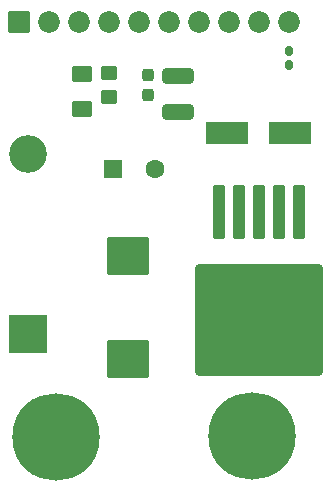
<source format=gbr>
%TF.GenerationSoftware,KiCad,Pcbnew,8.0.7*%
%TF.CreationDate,2025-03-15T22:57:34-07:00*%
%TF.ProjectId,Buck5,4275636b-352e-46b6-9963-61645f706362,rev?*%
%TF.SameCoordinates,Original*%
%TF.FileFunction,Soldermask,Top*%
%TF.FilePolarity,Negative*%
%FSLAX46Y46*%
G04 Gerber Fmt 4.6, Leading zero omitted, Abs format (unit mm)*
G04 Created by KiCad (PCBNEW 8.0.7) date 2025-03-15 22:57:34*
%MOMM*%
%LPD*%
G01*
G04 APERTURE LIST*
G04 Aperture macros list*
%AMRoundRect*
0 Rectangle with rounded corners*
0 $1 Rounding radius*
0 $2 $3 $4 $5 $6 $7 $8 $9 X,Y pos of 4 corners*
0 Add a 4 corners polygon primitive as box body*
4,1,4,$2,$3,$4,$5,$6,$7,$8,$9,$2,$3,0*
0 Add four circle primitives for the rounded corners*
1,1,$1+$1,$2,$3*
1,1,$1+$1,$4,$5*
1,1,$1+$1,$6,$7*
1,1,$1+$1,$8,$9*
0 Add four rect primitives between the rounded corners*
20,1,$1+$1,$2,$3,$4,$5,0*
20,1,$1+$1,$4,$5,$6,$7,0*
20,1,$1+$1,$6,$7,$8,$9,0*
20,1,$1+$1,$8,$9,$2,$3,0*%
G04 Aperture macros list end*
%ADD10R,1.600000X1.600000*%
%ADD11C,1.600000*%
%ADD12RoundRect,0.250000X-1.075000X0.400000X-1.075000X-0.400000X1.075000X-0.400000X1.075000X0.400000X0*%
%ADD13RoundRect,0.237500X-0.237500X0.287500X-0.237500X-0.287500X0.237500X-0.287500X0.237500X0.287500X0*%
%ADD14C,7.400000*%
%ADD15RoundRect,0.200000X-1.550000X1.450000X-1.550000X-1.450000X1.550000X-1.450000X1.550000X1.450000X0*%
%ADD16RoundRect,0.250001X0.624999X-0.462499X0.624999X0.462499X-0.624999X0.462499X-0.624999X-0.462499X0*%
%ADD17RoundRect,0.250000X-0.300000X2.050000X-0.300000X-2.050000X0.300000X-2.050000X0.300000X2.050000X0*%
%ADD18RoundRect,0.250002X-5.149998X4.449998X-5.149998X-4.449998X5.149998X-4.449998X5.149998X4.449998X0*%
%ADD19R,3.200000X3.200000*%
%ADD20O,3.200000X3.200000*%
%ADD21RoundRect,0.102000X-0.817500X-0.817500X0.817500X-0.817500X0.817500X0.817500X-0.817500X0.817500X0*%
%ADD22C,1.839000*%
%ADD23RoundRect,0.160000X-0.160000X0.222500X-0.160000X-0.222500X0.160000X-0.222500X0.160000X0.222500X0*%
%ADD24R,3.550000X1.850000*%
%ADD25RoundRect,0.250000X0.450000X-0.350000X0.450000X0.350000X-0.450000X0.350000X-0.450000X-0.350000X0*%
G04 APERTURE END LIST*
D10*
%TO.C,C2*%
X108329349Y-86106000D03*
D11*
X111829349Y-86106000D03*
%TD*%
D12*
%TO.C,R1*%
X113792000Y-78206000D03*
X113792000Y-81306000D03*
%TD*%
D13*
%TO.C,D3*%
X111252000Y-78119000D03*
X111252000Y-79869000D03*
%TD*%
D14*
%TO.C,H1*%
X103450000Y-108749900D03*
%TD*%
D15*
%TO.C,L1*%
X109542500Y-102174500D03*
X109542500Y-93474500D03*
%TD*%
D16*
%TO.C,D1*%
X105664000Y-80989500D03*
X105664000Y-78014500D03*
%TD*%
D17*
%TO.C,U1*%
X124050000Y-89729000D03*
X122350000Y-89729000D03*
X120650000Y-89729000D03*
D18*
X120650000Y-98879000D03*
D17*
X118950000Y-89729000D03*
X117250000Y-89729000D03*
%TD*%
D19*
%TO.C,D2*%
X101092000Y-100076000D03*
D20*
X101092000Y-84836000D03*
%TD*%
D14*
%TO.C,H2*%
X120100000Y-108720000D03*
%TD*%
D21*
%TO.C,J1*%
X100330000Y-73660000D03*
D22*
X102870000Y-73660000D03*
X105410000Y-73660000D03*
X107950000Y-73660000D03*
X110490000Y-73660000D03*
X113030000Y-73660000D03*
X115570000Y-73660000D03*
X118110000Y-73660000D03*
X120650000Y-73660000D03*
X123190000Y-73660000D03*
%TD*%
D23*
%TO.C,F1*%
X123190000Y-76135500D03*
X123190000Y-77280500D03*
%TD*%
D24*
%TO.C,C1*%
X123300000Y-83058000D03*
X118000000Y-83058000D03*
%TD*%
D25*
%TO.C,R2*%
X107950000Y-79978000D03*
X107950000Y-77978000D03*
%TD*%
M02*

</source>
